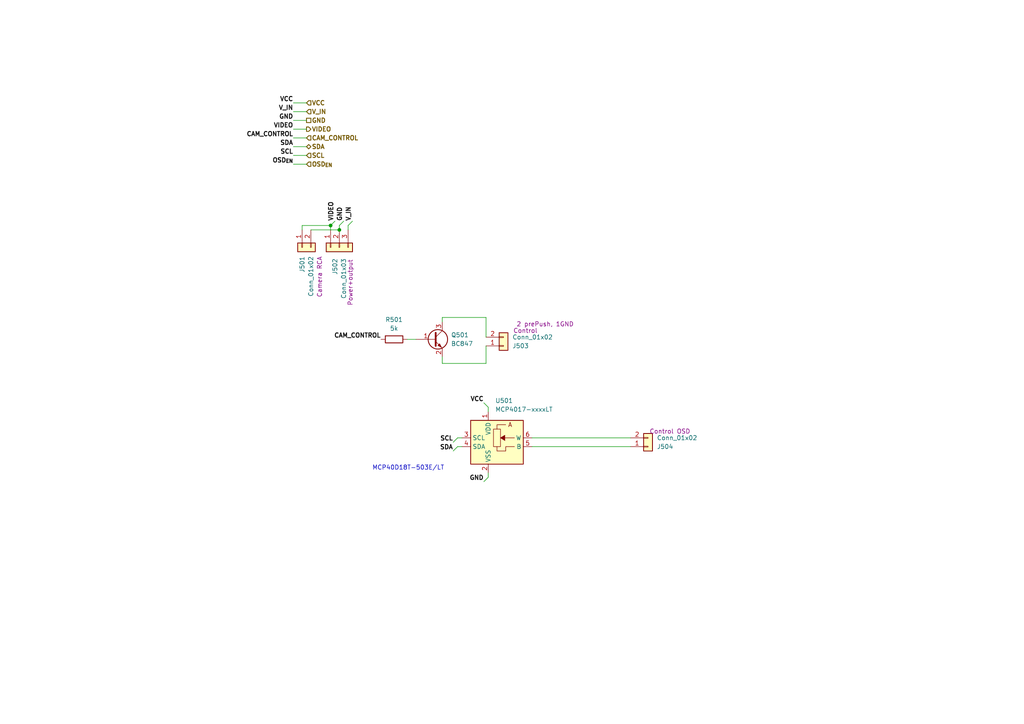
<source format=kicad_sch>
(kicad_sch (version 20211123) (generator eeschema)
  (paper "A4")
  (title_block (title "CanSat 2023") (rev "2022") (company "The Project SkyFall") (comment 1 "David Haisman"))
  (lib_symbols
    (symbol "Connector_Generic:Conn_01x02" (pin_names (offset 1.016) hide)
      (property "Reference" "J" (at 0 2.54 0))
      (property "Value" "Conn_01x02" (at 0 -5.08 0))
      (symbol "Conn_01x02_1_1"
        (rectangle (start -1.27 -2.413) (end 0 -2.667) (stroke (width 0.1524)))
        (rectangle (start -1.27 0.127) (end 0 -0.127) (stroke (width 0.1524)))
        (rectangle (start -1.27 1.27) (end 1.27 -3.81) (stroke (width 0.254)) (fill (type background)))
        (pin passive line (at -5.08 0 0) (length 3.81) (name "Pin_1") (number "1"))
        (pin passive line (at -5.08 -2.54 0) (length 3.81) (name "Pin_2") (number "2"))
      )
    )
    (symbol "Connector_Generic:Conn_01x03" (pin_names (offset 1.016) hide)
      (property "Reference" "J" (at 0 5.08 0))
      (property "Value" "Conn_01x03" (at 0 -5.08 0))
      (symbol "Conn_01x03_1_1"
        (rectangle (start -1.27 -2.413) (end 0 -2.667) (stroke (width 0.1524)))
        (rectangle (start -1.27 0.127) (end 0 -0.127) (stroke (width 0.1524)))
        (rectangle (start -1.27 2.667) (end 0 2.413) (stroke (width 0.1524)))
        (rectangle (start -1.27 3.81) (end 1.27 -3.81) (stroke (width 0.254)) (fill (type background)))
        (pin passive line (at -5.08 2.54 0) (length 3.81) (name "Pin_1") (number "1"))
        (pin passive line (at -5.08 0 0) (length 3.81) (name "Pin_2") (number "2"))
        (pin passive line (at -5.08 -2.54 0) (length 3.81) (name "Pin_3") (number "3"))
      )
    )
    (symbol "Device:R" (pin_numbers hide) (pin_names (offset 0))
      (property "Reference" "R" (at 2.032 0 90))
      (property "Value" "R" (at 0 0 90))
      (symbol "R_0_1"
        (rectangle (start -1.016 -2.54) (end 1.016 2.54) (stroke (width 0.254)))
      )
      (symbol "R_1_1"
        (pin passive line (at 0 3.81 270) (length 1.27) (name "~") (number "1"))
        (pin passive line (at 0 -3.81 90) (length 1.27) (name "~") (number "2"))
      )
    )
    (symbol "Potentiometer_Digital:MCP4017-xxxxLT"
      (property "Reference" "U" (at -7.62 8.89 0))
      (property "Value" "MCP4017-xxxxLT" (at 1.27 8.89 0))
      (symbol "MCP4017-xxxxLT_0_0"
        (polyline (pts (xy 0 5.08) (xy 0 6.35) (xy 2.54 6.35)))
        (polyline (pts (xy 5.08 0) (xy 2.54 0) (xy 2.54 -1.27) (xy 0 -1.27) (xy 0 0)))
        (text "A" (at 3.81 6.35 0) (effects (font (size 1.27 1.27))))
      )
      (symbol "MCP4017-xxxxLT_1_1"
        (rectangle (start -7.62 7.62) (end 7.62 -5.08) (stroke (width 0.254)) (fill (type background)))
        (polyline (pts (xy 5.08 2.54) (xy 2.286 2.54)))
        (polyline (pts (xy 2.286 1.778) (xy 2.286 3.302) (xy 1.016 2.54) (xy 2.286 1.778)) (fill (type outline)))
        (rectangle (start 1.016 0) (end -1.016 5.08))
        (pin power_in line (at -2.54 10.16 270) (length 2.54) (name "VDD") (number "1"))
        (pin power_in line (at -2.54 -7.62 90) (length 2.54) (name "VSS") (number "2"))
        (pin input line (at -10.16 2.54 0) (length 2.54) (name "SCL") (number "3"))
        (pin bidirectional line (at -10.16 0 0) (length 2.54) (name "SDA") (number "4"))
        (pin passive line (at 10.16 0 180) (length 2.54) (name "B") (number "5"))
        (pin passive line (at 10.16 2.54 180) (length 2.54) (name "W") (number "6"))
      )
    )
    (symbol "Transistor_BJT:BC847" (pin_names (offset 0) hide)
      (property "Reference" "Q" (at 5.08 1.905 0))
      (property "Value" "BC847" (at 5.08 0 0))
      (symbol "BC847_0_1"
        (polyline (pts (xy 0.635 0.635) (xy 2.54 2.54)))
        (polyline (pts (xy 0.635 -0.635) (xy 2.54 -2.54) (xy 2.54 -2.54)))
        (polyline (pts (xy 0.635 1.905) (xy 0.635 -1.905) (xy 0.635 -1.905)) (stroke (width 0.508)))
        (polyline (pts (xy 1.27 -1.778) (xy 1.778 -1.27) (xy 2.286 -2.286) (xy 1.27 -1.778) (xy 1.27 -1.778)) (fill (type outline)))
        (circle (center 1.27 0) (radius 2.8194) (stroke (width 0.254)))
      )
      (symbol "BC847_1_1"
        (pin input line (at -5.08 0 0) (length 5.715) (name "B") (number "1"))
        (pin passive line (at 2.54 -5.08 90) (length 2.54) (name "E") (number "2"))
        (pin passive line (at 2.54 5.08 270) (length 2.54) (name "C") (number "3"))
      )
    )
  )
  (junction (at 98.425 66.675))
  (junction (at 95.885 65.405))
  (wire (pts (xy 100.965 66.675) (xy 100.965 65.405)))
  (wire (pts (xy 90.17 66.675) (xy 98.425 66.675)))
  (wire (pts (xy 85.09 34.925) (xy 88.9 34.925)))
  (wire (pts (xy 88.9 42.545) (xy 85.09 42.545)))
  (wire (pts (xy 141.605 138.43) (xy 140.335 139.7)))
  (wire (pts (xy 140.97 92.075) (xy 140.97 97.79)))
  (wire (pts (xy 85.09 37.465) (xy 88.9 37.465)))
  (wire (pts (xy 182.88 129.54) (xy 154.305 129.54)))
  (wire (pts (xy 98.425 65.405) (xy 99.695 64.135)))
  (wire (pts (xy 85.09 40.005) (xy 88.9 40.005)))
  (wire (pts (xy 85.09 32.385) (xy 88.9 32.385)))
  (wire (pts (xy 85.09 45.085) (xy 88.9 45.085)))
  (wire (pts (xy 133.985 129.54) (xy 132.715 129.54)))
  (wire (pts (xy 100.965 65.405) (xy 102.235 64.135)))
  (wire (pts (xy 95.885 65.405) (xy 97.155 64.135)))
  (wire (pts (xy 87.63 65.405) (xy 87.63 66.675)))
  (wire (pts (xy 85.09 29.845) (xy 88.9 29.845)))
  (wire (pts (xy 141.605 137.16) (xy 141.605 138.43)))
  (wire (pts (xy 154.305 127) (xy 182.88 127)))
  (wire (pts (xy 132.715 127) (xy 131.445 128.27)))
  (wire (pts (xy 128.27 92.075) (xy 140.97 92.075)))
  (wire (pts (xy 88.9 47.625) (xy 85.09 47.625)))
  (wire (pts (xy 133.985 127) (xy 132.715 127)))
  (wire (pts (xy 98.425 66.675) (xy 98.425 65.405)))
  (wire (pts (xy 128.27 93.345) (xy 128.27 92.075)))
  (wire (pts (xy 141.605 118.11) (xy 140.335 116.84)))
  (wire (pts (xy 95.885 66.675) (xy 95.885 65.405)))
  (wire (pts (xy 132.715 129.54) (xy 131.445 130.81)))
  (wire (pts (xy 95.885 65.405) (xy 87.63 65.405)))
  (wire (pts (xy 140.97 105.41) (xy 140.97 100.33)))
  (wire (pts (xy 128.27 105.41) (xy 140.97 105.41)))
  (wire (pts (xy 128.27 103.505) (xy 128.27 105.41)))
  (wire (pts (xy 141.605 119.38) (xy 141.605 118.11)))
  (wire (pts (xy 118.11 98.425) (xy 120.65 98.425)))
  (text "MCP40D18T-503E/LT" (at 107.95 136.525 0) (effects (font (size 1.27 1.27)) (justify left bottom)))
  (label "SCL" (at 85.09 45.085 180) (effects (font bold)))
  (label "VCC" (at 85.09 29.845 180) (effects (font (thickness 0.254) bold)))
  (label "GND" (at 140.335 139.7 180) (effects (font bold)))
  (label "CAM_CONTROL" (at 110.49 98.425 180) (effects (font (thickness 0.254) bold)))
  (label "GND" (at 85.09 34.925 180) (effects (font bold)))
  (label "V_IN" (at 85.09 32.385 180) (effects (font bold)))
  (label "VIDEO" (at 97.155 64.135 90) (effects (font bold)))
  (label "SDA" (at 131.445 130.81 180) (effects (font bold)))
  (label "CAM_CONTROL" (at 85.09 40.005 180) (effects (font (thickness 0.254) bold)))
  (label "SDA" (at 85.09 42.545 180) (effects (font bold)))
  (label "OSD_{EN}" (at 85.09 47.625 180) (effects (font bold)))
  (label "V_IN" (at 102.235 64.135 90) (effects (font bold)))
  (label "SCL" (at 131.445 128.27 180) (effects (font bold)))
  (label "GND" (at 99.695 64.135 90) (effects (font bold)))
  (label "VIDEO" (at 85.09 37.465 180) (effects (font bold)))
  (label "VCC" (at 140.335 116.84 180) (effects (font (thickness 0.254) bold)))
  (hierarchical_label "V_IN" (shape input) (at 88.9 32.385 0) (effects (font (thickness 0.254) bold)))
  (hierarchical_label "GND" (shape passive) (at 88.9 34.925 0) (effects (font bold)))
  (hierarchical_label "SDA" (shape bidirectional) (at 88.9 42.545 0) (effects (font bold)))
  (hierarchical_label "OSD_{EN}" (shape input) (at 88.9 47.625 0) (effects (font bold)))
  (hierarchical_label "CAM_CONTROL" (shape input) (at 88.9 40.005 0) (effects (font (thickness 0.254) bold)))
  (hierarchical_label "SCL" (shape input) (at 88.9 45.085 0) (effects (font bold)))
  (hierarchical_label "VIDEO" (shape output) (at 88.9 37.465 0) (effects (font bold)))
  (hierarchical_label "VCC" (shape input) (at 88.9 29.845 0) (effects (font (thickness 0.254) bold)))
  (symbol (lib_id "Connector_Generic:Conn_01x02") (at 87.63 71.755 90) (mirror x) (unit 1)
    (property "Reference" "J501" (at 87.6299 74.295 0) (effects (justify left)))
    (property "Value" "Conn_01x02" (at 90.1699 74.295 0) (effects (justify left)))
    (property "Footprint" "Connector_Molex:Molex_PicoBlade_53261-0271_1x02-1MP_P1.25mm_Horizontal" (effects hide))
    (property "Legend" "Camera RCA" (at 92.71 74.295 0) (effects (justify left)))
  )
  (symbol (lib_id "Connector_Generic:Conn_01x02") (at 146.05 100.33 0) (mirror x) (unit 1)
    (property "Reference" "J503" (at 148.59 100.3301 0) (effects (justify left)))
    (property "Value" "Conn_01x02" (at 148.59 97.7901 0) (effects (justify left)))
    (property "Footprint" "Connector_Molex:Molex_PicoBlade_53047-0210_1x02_P1.25mm_Vertical" (effects hide))
    (property "Legend" "Control" (at 152.4 95.885 0))
    (property "Comment" "2 prePush, 1GND" (at 158.115 93.98 0))
  )
  (symbol (lib_id "Potentiometer_Digital:MCP4017-xxxxLT") (at 144.145 129.54 0) (unit 1)
    (property "Reference" "U501" (at 143.6244 116.205 0) (effects (justify left)))
    (property "Value" "MCP4017-xxxxLT" (at 143.6244 118.745 0) (effects (justify left)))
    (property "Footprint" "Package_TO_SOT_SMD:SOT-363_SC-70-6" (effects hide))
    (property "Datasheet" "http://ww1.microchip.com/downloads/en/DeviceDoc/22147a.pdf" (effects hide))
  )
  (symbol (lib_id "Transistor_BJT:BC847") (at 125.73 98.425 0) (unit 1)
    (property "Reference" "Q501" (at 130.81 97.1549 0) (effects (justify left)))
    (property "Value" "BC847" (at 130.81 99.6949 0) (effects (justify left)))
    (property "Footprint" "Package_TO_SOT_SMD:SOT-23" (effects hide))
    (property "Datasheet" "http://www.infineon.com/dgdl/Infineon-BC847SERIES_BC848SERIES_BC849SERIES_BC850SERIES-DS-v01_01-en.pdf?fileId=db3a304314dca389011541d4630a1657" (effects hide))
  )
  (symbol (lib_id "Connector_Generic:Conn_01x03") (at 98.425 71.755 90) (mirror x) (unit 1)
    (property "Reference" "J502" (at 97.1549 74.93 0) (effects (justify left)))
    (property "Value" "Conn_01x03" (at 99.6949 74.93 0) (effects (justify left)))
    (property "Footprint" "Connector_Molex:Molex_PicoBlade_53047-0310_1x03_P1.25mm_Vertical" (effects hide))
    (property "Legend" "Power+output" (at 101.6 81.915 0))
  )
  (symbol (lib_id "Device:R") (at 114.3 98.425 90) (unit 1)
    (property "Reference" "R501" (at 114.3 92.71 90))
    (property "Value" "5k" (at 114.3 95.25 90))
    (property "Footprint" "Resistor_SMD:R_0805_2012Metric" (effects hide))
  )
  (symbol (lib_id "Connector_Generic:Conn_01x02") (at 187.96 129.54 0) (mirror x) (unit 1)
    (property "Reference" "J504" (at 190.5 129.5401 0) (effects (justify left)))
    (property "Value" "Conn_01x02" (at 190.5 127.0001 0) (effects (justify left)))
    (property "Footprint" "Connector_Molex:Molex_PicoBlade_53047-0210_1x02_P1.25mm_Vertical" (effects hide))
    (property "Legend" "Control OSD" (at 194.31 125.095 0))
  )
)
</source>
